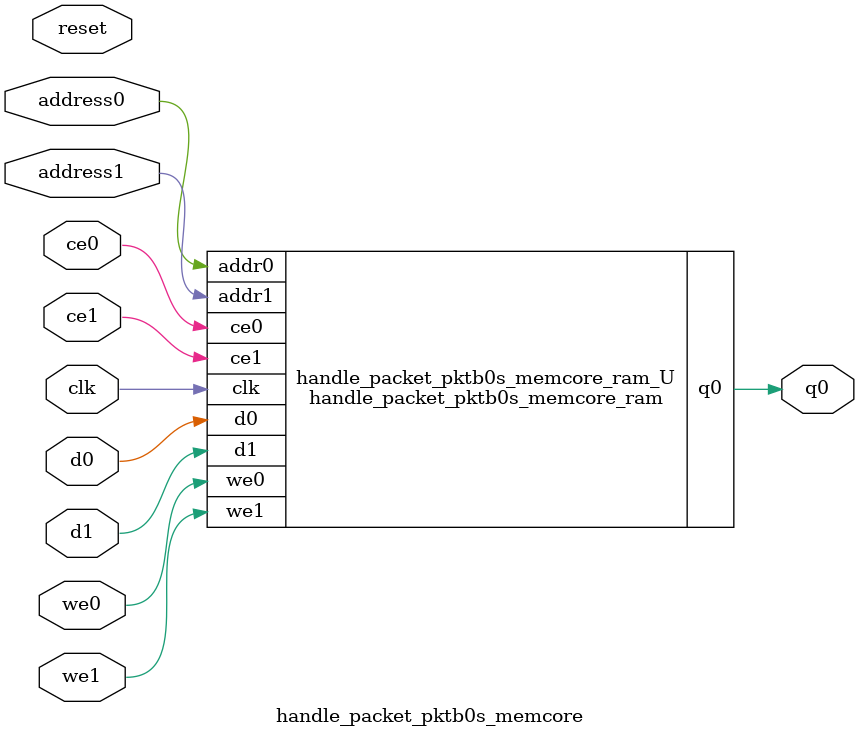
<source format=v>

`timescale 1 ns / 1 ps
module handle_packet_pktb0s_memcore_ram (addr0, ce0, d0, we0, q0, addr1, ce1, d1, we1,  clk);

parameter DWIDTH = 1;
parameter AWIDTH = 1;
parameter MEM_SIZE = 2;

input[AWIDTH-1:0] addr0;
input ce0;
input[DWIDTH-1:0] d0;
input we0;
output reg[DWIDTH-1:0] q0;
input[AWIDTH-1:0] addr1;
input ce1;
input[DWIDTH-1:0] d1;
input we1;
input clk;

(* ram_style = "block" *)reg [DWIDTH-1:0] ram[0:MEM_SIZE-1];




always @(posedge clk)  
begin 
    if (ce0) 
    begin
        if (we0) 
        begin 
            ram[addr0] <= d0; 
            q0 <= d0;
        end 
        else 
            q0 <= ram[addr0];
    end
end


always @(posedge clk)  
begin 
    if (ce1) 
    begin
        if (we1) 
        begin 
            ram[addr1] <= d1; 
        end 
    end
end


endmodule


`timescale 1 ns / 1 ps
module handle_packet_pktb0s_memcore(
    reset,
    clk,
    address0,
    ce0,
    we0,
    d0,
    q0,
    address1,
    ce1,
    we1,
    d1);

parameter DataWidth = 32'd1;
parameter AddressRange = 32'd2;
parameter AddressWidth = 32'd1;
input reset;
input clk;
input[AddressWidth - 1:0] address0;
input ce0;
input we0;
input[DataWidth - 1:0] d0;
output[DataWidth - 1:0] q0;
input[AddressWidth - 1:0] address1;
input ce1;
input we1;
input[DataWidth - 1:0] d1;



handle_packet_pktb0s_memcore_ram handle_packet_pktb0s_memcore_ram_U(
    .clk( clk ),
    .addr0( address0 ),
    .ce0( ce0 ),
    .d0( d0 ),
    .we0( we0 ),
    .q0( q0 ),
    .addr1( address1 ),
    .ce1( ce1 ),
    .d1( d1 ),
    .we1( we1 ));

endmodule


</source>
